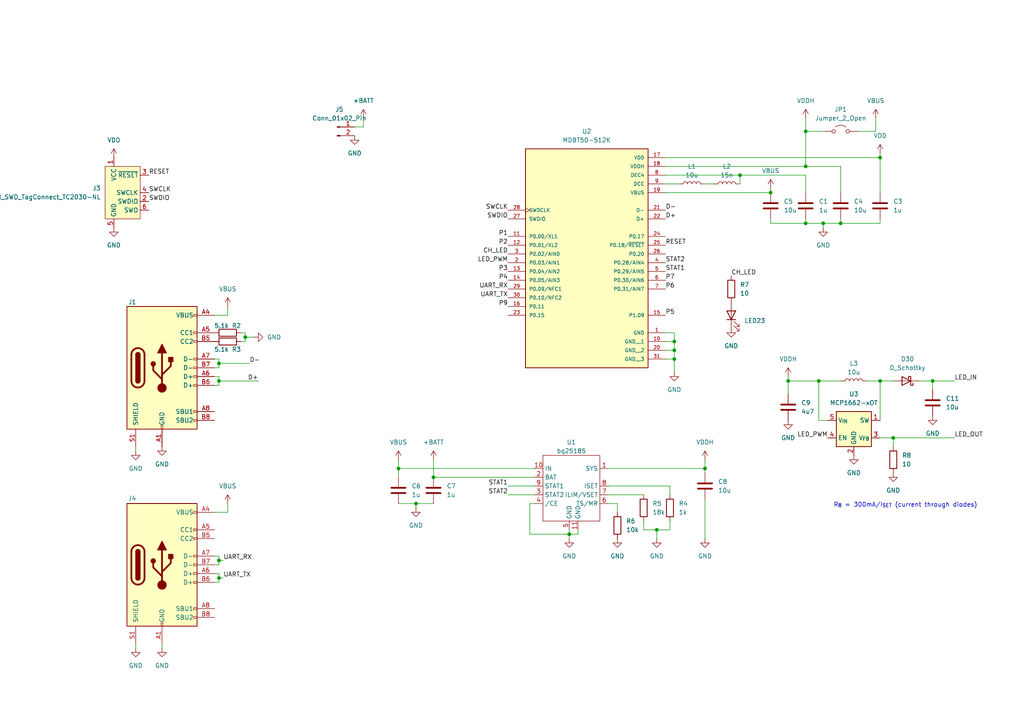
<source format=kicad_sch>
(kicad_sch (version 20231120) (generator "eeschema") (generator_version "8.0")
  (paper "A4")
  (junction (at 354.33 40.64))
  (junction (at 63.5 167.64))
  (junction (at 439.42 31.75))
  (junction (at 461.01 40.64))
  (junction (at 407.67 26.67))
  (junction (at 332.74 45.72))
  (junction (at 332.74 73.66))
  (junction (at 223.52 55.88))
  (junction (at 71.12 97.79))
  (junction (at 412.75 31.75))
  (junction (at 195.58 104.14))
  (junction (at 63.5 105.41))
  (junction (at 316.23 196.85))
  (junction (at 238.76 64.77))
  (junction (at 255.27 110.49))
  (junction (at 255.27 45.72))
  (junction (at 233.68 38.1))
  (junction (at 165.1 154.94))
  (junction (at 487.68 40.64))
  (junction (at 434.34 26.67))
  (junction (at 306.07 73.66))
  (junction (at 195.58 99.06))
  (junction (at 243.84 64.77))
  (junction (at 332.74 31.75))
  (junction (at 359.41 45.72))
  (junction (at 386.08 45.72))
  (junction (at 359.41 31.75))
  (junction (at 204.47 135.89))
  (junction (at 237.49 110.49))
  (junction (at 354.33 26.67))
  (junction (at 386.08 59.69))
  (junction (at 354.33 54.61))
  (junction (at 270.51 110.49))
  (junction (at 316.23 90.17))
  (junction (at 386.08 31.75))
  (junction (at 233.68 48.26))
  (junction (at 306.07 45.72))
  (junction (at 434.34 40.64))
  (junction (at 332.74 59.69))
  (junction (at 214.63 50.8))
  (junction (at 259.08 127))
  (junction (at 306.07 31.75))
  (junction (at 412.75 45.72))
  (junction (at 120.65 146.05))
  (junction (at 439.42 45.72))
  (junction (at 359.41 59.69))
  (junction (at 125.73 138.43))
  (junction (at 407.67 40.64))
  (junction (at 63.5 162.56))
  (junction (at 327.66 40.64))
  (junction (at 115.57 135.89))
  (junction (at 190.5 153.67))
  (junction (at 461.01 26.67))
  (junction (at 466.09 31.75))
  (junction (at 412.75 59.69))
  (junction (at 228.6 110.49))
  (junction (at 195.58 101.6))
  (junction (at 63.5 110.49))
  (junction (at 233.68 64.77))
  (junction (at 381 40.64))
  (junction (at 327.66 26.67))
  (junction (at 487.68 26.67))
  (junction (at 381 26.67))
  (wire (pts (xy 439.42 26.67) (xy 439.42 31.75)))
  (wire (pts (xy 407.67 54.61) (xy 407.67 40.64)))
  (wire (pts (xy 63.5 161.29) (xy 63.5 162.56)))
  (wire (pts (xy 193.04 48.26) (xy 233.68 48.26)))
  (wire (pts (xy 179.07 146.05) (xy 179.07 148.59)))
  (wire (pts (xy 330.2 196.85) (xy 316.23 196.85)))
  (wire (pts (xy 194.31 140.97) (xy 194.31 143.51)))
  (wire (pts (xy 194.31 151.13) (xy 194.31 153.67)))
  (wire (pts (xy 434.34 26.67) (xy 434.34 19.05)))
  (wire (pts (xy 176.53 146.05) (xy 179.07 146.05)))
  (wire (pts (xy 62.23 148.59) (xy 66.04 148.59)))
  (wire (pts (xy 243.84 48.26) (xy 243.84 55.88)))
  (wire (pts (xy 487.68 19.05) (xy 487.68 26.67)))
  (wire (pts (xy 63.5 110.49) (xy 74.93 110.49)))
  (wire (pts (xy 233.68 50.8) (xy 233.68 55.88)))
  (wire (pts (xy 311.15 196.85) (xy 316.23 196.85)))
  (wire (pts (xy 439.42 45.72) (xy 466.09 45.72)))
  (wire (pts (xy 330.2 97.79) (xy 330.2 90.17)))
  (wire (pts (xy 125.73 146.05) (xy 120.65 146.05)))
  (wire (pts (xy 255.27 121.92) (xy 255.27 110.49)))
  (wire (pts (xy 434.34 40.64) (xy 434.34 26.67)))
  (wire (pts (xy 193.04 53.34) (xy 196.85 53.34)))
  (wire (pts (xy 228.6 110.49) (xy 228.6 114.3)))
  (wire (pts (xy 407.67 26.67) (xy 407.67 19.05)))
  (wire (pts (xy 165.1 154.94) (xy 165.1 153.67)))
  (wire (pts (xy 240.03 121.92) (xy 237.49 121.92)))
  (wire (pts (xy 204.47 144.78) (xy 204.47 156.21)))
  (wire (pts (xy 153.67 146.05) (xy 153.67 154.94)))
  (wire (pts (xy 330.2 181.61) (xy 330.2 185.42)))
  (wire (pts (xy 359.41 40.64) (xy 359.41 45.72)))
  (wire (pts (xy 193.04 101.6) (xy 195.58 101.6)))
  (wire (pts (xy 254 38.1) (xy 248.92 38.1)))
  (wire (pts (xy 204.47 133.35) (xy 204.47 135.89)))
  (wire (pts (xy 359.41 31.75) (xy 386.08 31.75)))
  (wire (pts (xy 214.63 53.34) (xy 214.63 50.8)))
  (wire (pts (xy 62.23 106.68) (xy 63.5 106.68)))
  (wire (pts (xy 63.5 109.22) (xy 63.5 110.49)))
  (wire (pts (xy 214.63 50.8) (xy 233.68 50.8)))
  (wire (pts (xy 243.84 63.5) (xy 243.84 64.77)))
  (wire (pts (xy 102.87 36.83) (xy 105.41 36.83)))
  (wire (pts (xy 466.09 40.64) (xy 466.09 45.72)))
  (wire (pts (xy 62.23 166.37) (xy 63.5 166.37)))
  (wire (pts (xy 39.37 130.81) (xy 39.37 129.54)))
  (wire (pts (xy 439.42 31.75) (xy 412.75 31.75)))
  (wire (pts (xy 115.57 133.35) (xy 115.57 135.89)))
  (wire (pts (xy 259.08 127) (xy 276.86 127)))
  (wire (pts (xy 186.69 153.67) (xy 190.5 153.67)))
  (wire (pts (xy 332.74 26.67) (xy 332.74 31.75)))
  (wire (pts (xy 466.09 26.67) (xy 466.09 31.75)))
  (wire (pts (xy 63.5 111.76) (xy 63.5 110.49)))
  (wire (pts (xy 125.73 138.43) (xy 154.94 138.43)))
  (wire (pts (xy 354.33 26.67) (xy 354.33 19.05)))
  (wire (pts (xy 332.74 73.66) (xy 466.09 73.66)))
  (wire (pts (xy 457.2 54.61) (xy 461.01 54.61)))
  (wire (pts (xy 63.5 167.64) (xy 63.5 166.37)))
  (wire (pts (xy 306.07 73.66) (xy 332.74 73.66)))
  (wire (pts (xy 300.99 31.75) (xy 306.07 31.75)))
  (wire (pts (xy 190.5 153.67) (xy 190.5 156.21)))
  (wire (pts (xy 176.53 140.97) (xy 194.31 140.97)))
  (wire (pts (xy 233.68 63.5) (xy 233.68 64.77)))
  (wire (pts (xy 483.87 26.67) (xy 487.68 26.67)))
  (wire (pts (xy 457.2 40.64) (xy 461.01 40.64)))
  (wire (pts (xy 204.47 135.89) (xy 204.47 137.16)))
  (wire (pts (xy 300.99 73.66) (xy 306.07 73.66)))
  (wire (pts (xy 255.27 55.88) (xy 255.27 45.72)))
  (wire (pts (xy 62.23 163.83) (xy 63.5 163.83)))
  (wire (pts (xy 186.69 151.13) (xy 186.69 153.67)))
  (wire (pts (xy 63.5 167.64) (xy 63.5 168.91)))
  (wire (pts (xy 223.52 63.5) (xy 223.52 64.77)))
  (wire (pts (xy 386.08 26.67) (xy 386.08 31.75)))
  (wire (pts (xy 228.6 109.22) (xy 228.6 110.49)))
  (wire (pts (xy 71.12 99.06) (xy 71.12 97.79)))
  (wire (pts (xy 62.23 104.14) (xy 63.5 104.14)))
  (wire (pts (xy 255.27 63.5) (xy 255.27 64.77)))
  (wire (pts (xy 483.87 40.64) (xy 487.68 40.64)))
  (wire (pts (xy 243.84 64.77) (xy 255.27 64.77)))
  (wire (pts (xy 359.41 54.61) (xy 359.41 59.69)))
  (wire (pts (xy 332.74 68.58) (xy 332.74 73.66)))
  (wire (pts (xy 323.85 26.67) (xy 327.66 26.67)))
  (wire (pts (xy 381 54.61) (xy 381 40.64)))
  (wire (pts (xy 306.07 40.64) (xy 306.07 45.72)))
  (wire (pts (xy 237.49 121.92) (xy 237.49 110.49)))
  (wire (pts (xy 316.23 90.17) (xy 309.88 90.17)))
  (wire (pts (xy 115.57 146.05) (xy 120.65 146.05)))
  (wire (pts (xy 186.69 143.51) (xy 176.53 143.51)))
  (wire (pts (xy 386.08 40.64) (xy 386.08 45.72)))
  (wire (pts (xy 377.19 54.61) (xy 381 54.61)))
  (wire (pts (xy 195.58 104.14) (xy 195.58 107.95)))
  (wire (pts (xy 270.51 110.49) (xy 276.86 110.49)))
  (wire (pts (xy 359.41 59.69) (xy 386.08 59.69)))
  (wire (pts (xy 430.53 40.64) (xy 434.34 40.64)))
  (wire (pts (xy 62.23 91.44) (xy 66.04 91.44)))
  (wire (pts (xy 64.77 167.64) (xy 63.5 167.64)))
  (wire (pts (xy 466.09 68.58) (xy 466.09 73.66)))
  (wire (pts (xy 254 34.29) (xy 254 38.1)))
  (wire (pts (xy 327.66 40.64) (xy 327.66 68.58)))
  (wire (pts (xy 487.68 40.64) (xy 487.68 68.58)))
  (wire (pts (xy 193.04 55.88) (xy 223.52 55.88)))
  (wire (pts (xy 195.58 96.52) (xy 195.58 99.06)))
  (wire (pts (xy 46.99 187.96) (xy 46.99 186.69)))
  (wire (pts (xy 487.68 26.67) (xy 487.68 40.64)))
  (wire (pts (xy 439.42 40.64) (xy 439.42 45.72)))
  (wire (pts (xy 223.52 64.77) (xy 233.68 64.77)))
  (wire (pts (xy 195.58 99.06) (xy 195.58 101.6)))
  (wire (pts (xy 167.64 154.94) (xy 165.1 154.94)))
  (wire (pts (xy 330.2 90.17) (xy 316.23 90.17)))
  (wire (pts (xy 430.53 54.61) (xy 434.34 54.61)))
  (wire (pts (xy 350.52 54.61) (xy 354.33 54.61)))
  (wire (pts (xy 147.32 140.97) (xy 154.94 140.97)))
  (wire (pts (xy 461.01 40.64) (xy 461.01 54.61)))
  (wire (pts (xy 105.41 36.83) (xy 105.41 34.29)))
  (wire (pts (xy 39.37 187.96) (xy 39.37 186.69)))
  (wire (pts (xy 316.23 193.04) (xy 316.23 196.85)))
  (wire (pts (xy 154.94 146.05) (xy 153.67 146.05)))
  (wire (pts (xy 62.23 161.29) (xy 63.5 161.29)))
  (wire (pts (xy 350.52 40.64) (xy 354.33 40.64)))
  (wire (pts (xy 63.5 162.56) (xy 64.77 162.56)))
  (wire (pts (xy 63.5 163.83) (xy 63.5 162.56)))
  (wire (pts (xy 354.33 54.61) (xy 354.33 68.58)))
  (wire (pts (xy 233.68 38.1) (xy 238.76 38.1)))
  (wire (pts (xy 377.19 26.67) (xy 381 26.67)))
  (wire (pts (xy 316.23 97.79) (xy 316.23 90.17)))
  (wire (pts (xy 193.04 96.52) (xy 195.58 96.52)))
  (wire (pts (xy 354.33 54.61) (xy 354.33 40.64)))
  (wire (pts (xy 125.73 133.35) (xy 125.73 138.43)))
  (wire (pts (xy 63.5 105.41) (xy 63.5 106.68)))
  (wire (pts (xy 62.23 111.76) (xy 63.5 111.76)))
  (wire (pts (xy 255.27 127) (xy 259.08 127)))
  (wire (pts (xy 115.57 135.89) (xy 154.94 135.89)))
  (wire (pts (xy 214.63 50.8) (xy 193.04 50.8)))
  (wire (pts (xy 204.47 53.34) (xy 207.01 53.34)))
  (wire (pts (xy 176.53 135.89) (xy 204.47 135.89)))
  (wire (pts (xy 359.41 45.72) (xy 386.08 45.72)))
  (wire (pts (xy 266.7 110.49) (xy 270.51 110.49)))
  (wire (pts (xy 195.58 101.6) (xy 195.58 104.14)))
  (wire (pts (xy 439.42 54.61) (xy 439.42 59.69)))
  (wire (pts (xy 381 26.67) (xy 381 19.05)))
  (wire (pts (xy 381 40.64) (xy 381 26.67)))
  (wire (pts (xy 316.23 181.61) (xy 316.23 185.42)))
  (wire (pts (xy 407.67 40.64) (xy 407.67 26.67)))
  (wire (pts (xy 190.5 153.67) (xy 194.31 153.67)))
  (wire (pts (xy 403.86 40.64) (xy 407.67 40.64)))
  (wire (pts (xy 251.46 110.49) (xy 255.27 110.49)))
  (wire (pts (xy 434.34 54.61) (xy 434.34 40.64)))
  (wire (pts (xy 255.27 45.72) (xy 193.04 45.72)))
  (wire (pts (xy 270.51 110.49) (xy 270.51 113.03)))
  (wire (pts (xy 255.27 110.49) (xy 259.08 110.49)))
  (wire (pts (xy 386.08 59.69) (xy 412.75 59.69)))
  (wire (pts (xy 255.27 44.45) (xy 255.27 45.72)))
  (wire (pts (xy 327.66 19.05) (xy 327.66 26.67)))
  (wire (pts (xy 386.08 54.61) (xy 386.08 59.69)))
  (wire (pts (xy 386.08 45.72) (xy 412.75 45.72)))
  (wire (pts (xy 243.84 48.26) (xy 233.68 48.26)))
  (wire (pts (xy 403.86 54.61) (xy 407.67 54.61)))
  (wire (pts (xy 193.04 104.14) (xy 195.58 104.14)))
  (wire (pts (xy 412.75 45.72) (xy 439.42 45.72)))
  (wire (pts (xy 412.75 31.75) (xy 386.08 31.75)))
  (wire (pts (xy 71.12 97.79) (xy 73.66 97.79)))
  (wire (pts (xy 323.85 40.64) (xy 327.66 40.64)))
  (wire (pts (xy 306.07 45.72) (xy 332.74 45.72)))
  (wire (pts (xy 350.52 68.58) (xy 354.33 68.58)))
  (wire (pts (xy 223.52 54.61) (xy 223.52 55.88)))
  (wire (pts (xy 66.04 91.44) (xy 66.04 88.9)))
  (wire (pts (xy 439.42 31.75) (xy 466.09 31.75)))
  (wire (pts (xy 243.84 110.49) (xy 237.49 110.49)))
  (wire (pts (xy 430.53 26.67) (xy 434.34 26.67)))
  (wire (pts (xy 461.01 19.05) (xy 461.01 26.67)))
  (wire (pts (xy 412.75 26.67) (xy 412.75 31.75)))
  (wire (pts (xy 62.23 168.91) (xy 63.5 168.91)))
  (wire (pts (xy 332.74 54.61) (xy 332.74 59.69)))
  (wire (pts (xy 120.65 146.05) (xy 120.65 147.32)))
  (wire (pts (xy 323.85 68.58) (xy 327.66 68.58)))
  (wire (pts (xy 327.66 26.67) (xy 327.66 40.64)))
  (wire (pts (xy 238.76 64.77) (xy 238.76 66.04)))
  (wire (pts (xy 167.64 153.67) (xy 167.64 154.94)))
  (wire (pts (xy 233.68 64.77) (xy 238.76 64.77)))
  (wire (pts (xy 330.2 193.04) (xy 330.2 196.85)))
  (wire (pts (xy 332.74 31.75) (xy 359.41 31.75)))
  (wire (pts (xy 238.76 64.77) (xy 243.84 64.77)))
  (wire (pts (xy 412.75 54.61) (xy 412.75 59.69)))
  (wire (pts (xy 377.19 40.64) (xy 381 40.64)))
  (wire (pts (xy 69.85 99.06) (xy 71.12 99.06)))
  (wire (pts (xy 350.52 26.67) (xy 354.33 26.67)))
  (wire (pts (xy 300.99 59.69) (xy 332.74 59.69)))
  (wire (pts (xy 233.68 38.1) (xy 233.68 48.26)))
  (wire (pts (xy 147.32 143.51) (xy 154.94 143.51)))
  (wire (pts (xy 466.09 31.75) (xy 469.9 31.75)))
  (wire (pts (xy 461.01 26.67) (xy 461.01 40.64)))
  (wire (pts (xy 457.2 26.67) (xy 461.01 26.67)))
  (wire (pts (xy 115.57 135.89) (xy 115.57 138.43)))
  (wire (pts (xy 306.07 68.58) (xy 306.07 73.66)))
  (wire (pts (xy 66.04 148.59) (xy 66.04 146.05)))
  (wire (pts (xy 332.74 45.72) (xy 359.41 45.72)))
  (wire (pts (xy 62.23 109.22) (xy 63.5 109.22)))
  (wire (pts (xy 153.67 154.94) (xy 165.1 154.94)))
  (wire (pts (xy 71.12 96.52) (xy 71.12 97.79)))
  (wire (pts (xy 412.75 40.64) (xy 412.75 45.72)))
  (wire (pts (xy 300.99 45.72) (xy 306.07 45.72)))
  (wire (pts (xy 359.41 26.67) (xy 359.41 31.75)))
  (wire (pts (xy 193.04 99.06) (xy 195.58 99.06)))
  (wire (pts (xy 306.07 31.75) (xy 332.74 31.75)))
  (wire (pts (xy 332.74 59.69) (xy 359.41 59.69)))
  (wire (pts (xy 63.5 104.14) (xy 63.5 105.41)))
  (wire (pts (xy 354.33 40.64) (xy 354.33 26.67)))
  (wire (pts (xy 63.5 105.41) (xy 72.39 105.41)))
  (wire (pts (xy 403.86 26.67) (xy 407.67 26.67)))
  (wire (pts (xy 233.68 34.29) (xy 233.68 38.1)))
  (wire (pts (xy 332.74 40.64) (xy 332.74 45.72)))
  (wire (pts (xy 483.87 68.58) (xy 487.68 68.58)))
  (wire (pts (xy 69.85 96.52) (xy 71.12 96.52)))
  (wire (pts (xy 412.75 59.69) (xy 439.42 59.69)))
  (wire (pts (xy 165.1 156.21) (xy 165.1 154.94)))
  (wire (pts (xy 237.49 110.49) (xy 228.6 110.49)))
  (wire (pts (xy 306.07 26.67) (xy 306.07 31.75)))
  (wire (pts (xy 259.08 127) (xy 259.08 129.54)))
  (text "R_{8} = 300mA/I_{SET} (current through diodes)" (at 262.636 146.558 0) (effects (font (size 1.27 1.27))))
  (label "P3" (at 147.32 78.74 180))
  (label "P6" (at 193.04 83.82 0))
  (label "D-" (at 72.39 105.41 0))
  (label "RESET" (at 193.04 71.12 0))
  (label "P7" (at 300.99 45.72 180))
  (label "RESET" (at 43.18 50.8 0))
  (label "UART_RX" (at 147.32 83.82 180))
  (label "P1" (at 147.32 68.58 180))
  (label "SWCLK" (at 147.32 60.96 180))
  (label "D-" (at 193.04 60.96 0))
  (label "UART_TX" (at 64.77 167.64 0))
  (label "STAT1" (at 193.04 78.74 0))
  (label "UART_RX" (at 64.77 162.56 0))
  (label "P6" (at 300.99 59.69 180))
  (label "LED_OUT" (at 276.86 127 0))
  (label "STAT2" (at 193.04 76.2 0))
  (label "STAT2" (at 147.32 143.51 180))
  (label "D+" (at 74.93 110.49 180))
  (label "P12" (at 300.99 73.66 180))
  (label "LED_IN" (at 276.86 110.49 0))
  (label "P3" (at 381 19.05 180))
  (label "D+" (at 193.04 63.5 0))
  (label "CH_LED" (at 147.32 73.66 180))
  (label "STAT1" (at 147.32 140.97 180))
  (label "LED_IN" (at 309.88 90.17 180))
  (label "SWDIO" (at 43.18 58.42 0))
  (label "CH_LED" (at 212.09 80.01 0))
  (label "P5" (at 434.34 19.05 180))
  (label "P9" (at 461.01 19.05 180))
  (label "P10" (at 487.68 19.05 180))
  (label "SWCLK" (at 43.18 55.88 0))
  (label "P1" (at 327.66 19.05 180))
  (label "LED_PWM" (at 240.03 127 180))
  (label "P9" (at 147.32 88.9 180))
  (label "UART_TX" (at 147.32 86.36 180))
  (label "SWDIO" (at 147.32 63.5 180))
  (label "LED_PWM" (at 147.32 76.2 180))
  (label "P4" (at 147.32 81.28 180))
  (label "P2" (at 354.33 19.05 180))
  (label "LED_OUT" (at 311.15 196.85 180))
  (label "P7" (at 193.04 81.28 0))
  (label "P8" (at 300.99 31.75 180))
  (label "P4" (at 407.67 19.05 180))
  (label "P2" (at 147.32 71.12 180))
  (label "P5" (at 193.04 91.44 0))
  (symbol (lib_id "power:GND") (at 73.66 97.79 90) (unit 1)
    (property "Reference" "#PWR010" (effects (hide yes)))
    (property "Value" "GND" (at 77.47 97.7899 90) (effects (justify right)))
    (property "Description" "Power symbol creates a global label with name \"GND\" , ground" (effects (hide yes)))
  )
  (symbol (lib_name "LED_1") (lib_id "Device:LED") (at 330.2 109.22 90) (unit 1)
    (property "Reference" "LED13" (at 334.01 110.8074 90) (effects (justify right)))
    (property "Value" "LED" (effects (hide yes)))
    (property "Footprint" "ocdmk:LED_MP-2016-1100-50-90" (effects (hide yes)))
    (property "Description" "Light emitting diode" (effects (hide yes)))
  )
  (symbol (lib_id "power:VBUS") (at 66.04 146.05 0) (unit 1)
    (property "Reference" "#PWR026" (effects (hide yes)))
    (property "Value" "VBUS" (at 66.04 140.97 0))
    (property "Description" "Power symbol creates a global label with name \"VBUS\"" (effects (hide yes)))
  )
  (symbol (lib_id "Device:D") (at 309.88 40.64 0) (unit 1)
    (property "Reference" "D1" (at 309.88 34.29 0))
    (property "Value" "D" (at 309.88 36.83 0))
    (property "Footprint" "Diode_SMD:D_SOD-123" (effects (hide yes)))
    (property "Description" "Diode" (effects (hide yes)))
    (property "Sim.Device" "D" (effects (hide yes)))
    (property "Sim.Pins" "1=K 2=A" (effects (hide yes)))
  )
  (symbol (lib_id "ocdmk:BQ25185") (at 157.48 146.05 0) (unit 1)
    (property "Reference" "U1" (at 165.735 128.27 0))
    (property "Value" "bq25185" (at 165.735 130.81 0))
    (property "Footprint" "ocdmk:SON50P250X250X80-11N" (effects (hide yes)))
    (property "Datasheet" "https://www.ti.com/lit/ds/symlink/bq25185.pdf?ts=1761948010182&ref_url=https%253A%252F%252Fwww.mouser.com%252F" (effects (hide yes)))
  )
  (symbol (lib_id "power:VBUS") (at 115.57 133.35 0) (unit 1)
    (property "Reference" "#PWR021" (effects (hide yes)))
    (property "Value" "VBUS" (at 115.57 128.27 0))
    (property "Description" "Power symbol creates a global label with name \"VBUS\"" (effects (hide yes)))
  )
  (symbol (lib_id "power:GND") (at 165.1 156.21 0) (unit 1)
    (property "Reference" "#PWR015" (effects (hide yes)))
    (property "Value" "GND" (at 165.1 161.29 0))
    (property "Description" "Power symbol creates a global label with name \"GND\" , ground" (effects (hide yes)))
  )
  (symbol (lib_name "LED_1") (lib_id "Device:LED") (at 330.2 101.6 90) (unit 1)
    (property "Reference" "LED16" (at 334.01 103.1874 90) (effects (justify right)))
    (property "Value" "LED" (effects (hide yes)))
    (property "Footprint" "ocdmk:LED_MP-2016-1100-50-90" (effects (hide yes)))
    (property "Description" "Light emitting diode" (effects (hide yes)))
  )
  (symbol (lib_id "Device:R") (at 179.07 152.4 0) (unit 1)
    (property "Reference" "R6" (at 181.61 151.1299 0) (effects (justify left)))
    (property "Value" "10k" (at 181.61 153.6699 0) (effects (justify left)))
    (property "Footprint" "Resistor_SMD:R_0603_1608Metric" (effects (hide yes)))
    (property "Description" "Resistor" (effects (hide yes)))
  )
  (symbol (lib_id "power:+BATT") (at 125.73 133.35 0) (unit 1)
    (property "Reference" "#PWR02" (effects (hide yes)))
    (property "Value" "+BATT" (at 125.73 128.27 0))
    (property "Description" "Power symbol creates a global label with name \"+BATT\"" (effects (hide yes)))
  )
  (symbol (lib_id "Device:D") (at 336.55 40.64 0) (unit 1)
    (property "Reference" "D4" (at 336.55 34.29 0))
    (property "Value" "D" (at 336.55 36.83 0))
    (property "Footprint" "Diode_SMD:D_SOD-123" (effects (hide yes)))
    (property "Description" "Diode" (effects (hide yes)))
    (property "Sim.Device" "D" (effects (hide yes)))
    (property "Sim.Pins" "1=K 2=A" (effects (hide yes)))
  )
  (symbol (lib_id "power:GND") (at 259.08 137.16 0) (unit 1)
    (property "Reference" "#PWR030" (effects (hide yes)))
    (property "Value" "GND" (at 259.08 142.24 0))
    (property "Description" "Power symbol creates a global label with name \"GND\" , ground" (effects (hide yes)))
  )
  (symbol (lib_id "Switch:SW_Push") (at 372.11 26.67 0) (mirror y) (unit 1)
    (property "Reference" "S8" (at 372.11 21.844 0))
    (property "Value" "SW_Push" (effects (hide yes)))
    (property "Footprint" "ocdmk:switch_gateron_ks27_ks33" (effects (hide yes)))
    (property "Description" "Push button switch, generic, two pins" (effects (hide yes)))
  )
  (symbol (lib_id "Device:D") (at 469.9 68.58 0) (unit 1)
    (property "Reference" "D22" (at 469.9 62.23 0))
    (property "Value" "D" (at 469.9 64.77 0))
    (property "Footprint" "Diode_SMD:D_SOD-123" (effects (hide yes)))
    (property "Description" "Diode" (effects (hide yes)))
    (property "Sim.Device" "D" (effects (hide yes)))
    (property "Sim.Pins" "1=K 2=A" (effects (hide yes)))
  )
  (symbol (lib_id "Device:R") (at 330.2 189.23 0) (unit 1)
    (property "Reference" "R10" (at 332.74 187.9599 0) (effects (justify left)))
    (property "Value" "10" (at 332.74 190.4999 0) (effects (justify left)))
    (property "Footprint" "Resistor_SMD:R_0603_1608Metric" (effects (hide yes)))
    (property "Description" "Resistor" (effects (hide yes)))
  )
  (symbol (lib_id "Switch:SW_Push") (at 398.78 40.64 0) (mirror y) (unit 1)
    (property "Reference" "S10" (at 398.78 35.814 0))
    (property "Value" "SW_Push" (effects (hide yes)))
    (property "Footprint" "ocdmk:switch_gateron_ks27_ks33" (effects (hide yes)))
    (property "Description" "Push button switch, generic, two pins" (effects (hide yes)))
  )
  (symbol (lib_id "Switch:SW_Push") (at 478.79 26.67 0) (mirror y) (unit 1)
    (property "Reference" "S19" (at 478.79 21.844 0))
    (property "Value" "SW_Push" (effects (hide yes)))
    (property "Footprint" "ocdmk:switch_gateron_ks27_ks33" (effects (hide yes)))
    (property "Description" "Push button switch, generic, two pins" (effects (hide yes)))
  )
  (symbol (lib_name "LED_1") (lib_id "Device:LED") (at 316.23 101.6 90) (unit 1)
    (property "Reference" "LED18" (at 320.04 103.1874 90) (effects (justify right)))
    (property "Value" "LED" (effects (hide yes)))
    (property "Footprint" "ocdmk:LED_MP-2016-1100-50-90" (effects (hide yes)))
    (property "Description" "Light emitting diode" (effects (hide yes)))
  )
  (symbol (lib_name "LED_1") (lib_id "Device:LED") (at 330.2 147.32 90) (unit 1)
    (property "Reference" "LED12" (at 334.01 148.9074 90) (effects (justify right)))
    (property "Value" "LED" (effects (hide yes)))
    (property "Footprint" "ocdmk:LED_MP-2016-1100-50-90" (effects (hide yes)))
    (property "Description" "Light emitting diode" (effects (hide yes)))
  )
  (symbol (lib_id "Switch:SW_Push") (at 318.77 26.67 0) (mirror y) (unit 1)
    (property "Reference" "S2" (at 318.77 21.844 0))
    (property "Value" "SW_Push" (effects (hide yes)))
    (property "Footprint" "ocdmk:switch_gateron_ks27_ks33" (effects (hide yes)))
    (property "Description" "Push button switch, generic, two pins" (effects (hide yes)))
  )
  (symbol (lib_id "Switch:SW_Push") (at 372.11 40.64 0) (mirror y) (unit 1)
    (property "Reference" "S7" (at 372.11 35.814 0))
    (property "Value" "SW_Push" (effects (hide yes)))
    (property "Footprint" "ocdmk:switch_gateron_ks27_ks33" (effects (hide yes)))
    (property "Description" "Push button switch, generic, two pins" (effects (hide yes)))
  )
  (symbol (lib_id "power:GND") (at 238.76 66.04 0) (unit 1)
    (property "Reference" "#PWR01" (effects (hide yes)))
    (property "Value" "GND" (at 238.76 71.12 0))
    (property "Description" "Power symbol creates a global label with name \"GND\" , ground" (effects (hide yes)))
  )
  (symbol (lib_id "Connector:USB_C_Receptacle_USB2.0_16P") (at 46.99 163.83 0) (unit 1)
    (property "Reference" "J4" (at 38.354 144.526 0))
    (property "Value" "USB_C_Receptacle_USB2.0_16P" (effects (hide yes)))
    (property "Footprint" "ocdmk:12402012E212A_AMP" (effects (hide yes)))
    (property "Datasheet" "https://www.usb.org/sites/default/files/documents/usb_type-c.zip" (effects (hide yes)))
    (property "Description" "USB 2.0-only 16P Type-C Receptacle connector" (effects (hide yes)))
  )
  (symbol (lib_id "Switch:SW_Push") (at 372.11 54.61 0) (mirror y) (unit 1)
    (property "Reference" "S6" (at 372.11 49.784 0))
    (property "Value" "SW_Push" (effects (hide yes)))
    (property "Footprint" "ocdmk:switch_gateron_ks27_ks33" (effects (hide yes)))
    (property "Description" "Push button switch, generic, two pins" (effects (hide yes)))
  )
  (symbol (lib_id "Device:D") (at 389.89 26.67 0) (unit 1)
    (property "Reference" "D11" (at 389.89 20.32 0))
    (property "Value" "D" (at 389.89 22.86 0))
    (property "Footprint" "Diode_SMD:D_SOD-123" (effects (hide yes)))
    (property "Description" "Diode" (effects (hide yes)))
    (property "Sim.Device" "D" (effects (hide yes)))
    (property "Sim.Pins" "1=K 2=A" (effects (hide yes)))
  )
  (symbol (lib_id "Device:D") (at 309.88 26.67 0) (unit 1)
    (property "Reference" "D2" (at 309.88 20.32 0))
    (property "Value" "D" (at 309.88 22.86 0))
    (property "Footprint" "Diode_SMD:D_SOD-123" (effects (hide yes)))
    (property "Description" "Diode" (effects (hide yes)))
    (property "Sim.Device" "D" (effects (hide yes)))
    (property "Sim.Pins" "1=K 2=A" (effects (hide yes)))
  )
  (symbol (lib_name "LED_1") (lib_id "Device:LED") (at 316.23 116.84 90) (unit 1)
    (property "Reference" "LED17" (at 320.04 118.4274 90) (effects (justify right)))
    (property "Value" "LED" (effects (hide yes)))
    (property "Footprint" "ocdmk:LED_MP-2016-1100-50-90" (effects (hide yes)))
    (property "Description" "Light emitting diode" (effects (hide yes)))
  )
  (symbol (lib_name "LED_1") (lib_id "Device:LED") (at 316.23 132.08 90) (unit 1)
    (property "Reference" "LED11" (at 320.04 133.6674 90) (effects (justify right)))
    (property "Value" "LED" (effects (hide yes)))
    (property "Footprint" "ocdmk:LED_MP-2016-1100-50-90" (effects (hide yes)))
    (property "Description" "Light emitting diode" (effects (hide yes)))
  )
  (symbol (lib_id "power:GND") (at 212.09 95.25 0) (unit 1)
    (property "Reference" "#PWR013" (effects (hide yes)))
    (property "Value" "GND" (at 212.09 100.33 0))
    (property "Description" "Power symbol creates a global label with name \"GND\" , ground" (effects (hide yes)))
  )
  (symbol (lib_name "LED_1") (lib_id "Device:LED") (at 330.2 177.8 90) (unit 1)
    (property "Reference" "LED20" (at 334.01 179.3874 90) (effects (justify right)))
    (property "Value" "LED" (effects (hide yes)))
    (property "Footprint" "ocdmk:LED_MP-2016-1100-50-90" (effects (hide yes)))
    (property "Description" "Light emitting diode" (effects (hide yes)))
  )
  (symbol (lib_id "power:GND") (at 46.99 129.54 0) (unit 1)
    (property "Reference" "#PWR012" (effects (hide yes)))
    (property "Value" "GND" (at 46.99 134.62 0))
    (property "Description" "Power symbol creates a global label with name \"GND\" , ground" (effects (hide yes)))
  )
  (symbol (lib_name "LED_1") (lib_id "Device:LED") (at 212.09 91.44 90) (unit 1)
    (property "Reference" "LED23" (at 215.9 93.0274 90) (effects (justify right)))
    (property "Value" "LED" (effects (hide yes)))
    (property "Footprint" "LED_SMD:LED_0603_1608Metric" (effects (hide yes)))
    (property "Description" "Light emitting diode" (effects (hide yes)))
  )
  (symbol (lib_id "power:VDD") (at 33.02 45.72 0) (unit 1)
    (property "Reference" "#PWR022" (effects (hide yes)))
    (property "Value" "VDD" (at 33.02 40.64 0))
    (property "Description" "Power symbol creates a global label with name \"VDD\"" (effects (hide yes)))
  )
  (symbol (lib_id "Switch:SW_Push") (at 398.78 26.67 0) (mirror y) (unit 1)
    (property "Reference" "S11" (at 398.78 21.844 0))
    (property "Value" "SW_Push" (effects (hide yes)))
    (property "Footprint" "ocdmk:switch_gateron_ks27_ks33" (effects (hide yes)))
    (property "Description" "Push button switch, generic, two pins" (effects (hide yes)))
  )
  (symbol (lib_name "LED_1") (lib_id "Device:LED") (at 316.23 154.94 90) (unit 1)
    (property "Reference" "LED2" (at 320.04 156.5274 90) (effects (justify right)))
    (property "Value" "LED" (effects (hide yes)))
    (property "Footprint" "ocdmk:LED_MP-2016-1100-50-90" (effects (hide yes)))
    (property "Description" "Light emitting diode" (effects (hide yes)))
  )
  (symbol (lib_id "Device:C") (at 255.27 59.69 0) (unit 1)
    (property "Reference" "C3" (at 259.08 58.4199 0) (effects (justify left)))
    (property "Value" "1u" (at 259.08 60.96 0) (effects (justify left)))
    (property "Footprint" "Capacitor_SMD:C_0603_1608Metric" (effects (hide yes)))
    (property "Description" "Unpolarized capacitor" (effects (hide yes)))
  )
  (symbol (lib_id "Switch:SW_Push") (at 425.45 40.64 0) (mirror y) (unit 1)
    (property "Reference" "S13" (at 425.45 35.814 0))
    (property "Value" "SW_Push" (effects (hide yes)))
    (property "Footprint" "ocdmk:switch_gateron_ks27_ks33" (effects (hide yes)))
    (property "Description" "Push button switch, generic, two pins" (effects (hide yes)))
  )
  (symbol (lib_id "Switch:SW_Push") (at 425.45 54.61 0) (mirror y) (unit 1)
    (property "Reference" "S12" (at 425.45 49.784 0))
    (property "Value" "SW_Push" (effects (hide yes)))
    (property "Footprint" "ocdmk:switch_gateron_ks27_ks33" (effects (hide yes)))
    (property "Description" "Push button switch, generic, two pins" (effects (hide yes)))
  )
  (symbol (lib_id "Driver_LED:MCP1662-xOT") (at 247.65 124.46 0) (unit 1)
    (property "Reference" "U3" (at 247.65 114.3 0))
    (property "Value" "MCP1662-xOT" (at 247.65 116.84 0))
    (property "Footprint" "Package_TO_SOT_SMD:SOT-23-5" (effects (hide yes)))
    (property "Datasheet" "https://ww1.microchip.com/downloads/en/DeviceDoc/20005316E.pdf" (effects (hide yes)))
    (property "Description" "Step-Up LED Driver w/ UVLO and Open Load Protection, 500kHz, SOT-23-5" (effects (hide yes)))
  )
  (symbol (lib_id "Switch:SW_Push") (at 345.44 40.64 0) (mirror y) (unit 1)
    (property "Reference" "S4" (at 345.44 35.814 0))
    (property "Value" "SW_Push" (effects (hide yes)))
    (property "Footprint" "ocdmk:switch_gateron_ks27_ks33" (effects (hide yes)))
    (property "Description" "Push button switch, generic, two pins" (effects (hide yes)))
  )
  (symbol (lib_id "MDBT50:MDBT50-512K") (at 170.18 71.12 0) (unit 1)
    (property "Reference" "U2" (at 170.18 38.1 0))
    (property "Value" "MDBT50-512K" (at 170.18 40.64 0))
    (property "Footprint" "ocdmk:XCVR_MDBT50-512K" (effects (hide yes)))
    (property "PARTREV" "B" (effects (hide yes)))
    (property "STANDARD" "Manufacturer Recommendations" (effects (hide yes)))
    (property "MAXIMUM_PACKAGE_HEIGHT" "2.3mm" (effects (hide yes)))
    (property "MANUFACTURER" "Raytac" (effects (hide yes)))
  )
  (symbol (lib_id "Device:D") (at 336.55 68.58 0) (unit 1)
    (property "Reference" "D21" (at 336.55 62.23 0))
    (property "Value" "D" (at 336.55 64.77 0))
    (property "Footprint" "Diode_SMD:D_SOD-123" (effects (hide yes)))
    (property "Description" "Diode" (effects (hide yes)))
    (property "Sim.Device" "D" (effects (hide yes)))
    (property "Sim.Pins" "1=K 2=A" (effects (hide yes)))
  )
  (symbol (lib_id "power:GND") (at 46.99 187.96 0) (unit 1)
    (property "Reference" "#PWR027" (effects (hide yes)))
    (property "Value" "GND" (at 46.99 193.04 0))
    (property "Description" "Power symbol creates a global label with name \"GND\" , ground" (effects (hide yes)))
  )
  (symbol (lib_id "Device:L") (at 247.65 110.49 90) (unit 1)
    (property "Reference" "L3" (at 247.65 105.41 90))
    (property "Value" "10u" (at 247.65 107.95 90))
    (property "Footprint" "Inductor_SMD:L_0603_1608Metric" (effects (hide yes)))
    (property "Datasheet" "https://mm.digikey.com/Volume0/opasdata/d220001/medias/docus/610/LBC3225T100KR_SS.pdf" (effects (hide yes)))
    (property "Description" "Inductor" (effects (hide yes)))
  )
  (symbol (lib_id "power:GND") (at 102.87 39.37 0) (unit 1)
    (property "Reference" "#PWR024" (effects (hide yes)))
    (property "Value" "GND" (at 102.87 44.45 0))
    (property "Description" "Power symbol creates a global label with name \"GND\" , ground" (effects (hide yes)))
  )
  (symbol (lib_id "Device:D") (at 389.89 40.64 0) (unit 1)
    (property "Reference" "D10" (at 389.89 34.29 0))
    (property "Value" "D" (at 389.89 36.83 0))
    (property "Footprint" "Diode_SMD:D_SOD-123" (effects (hide yes)))
    (property "Description" "Diode" (effects (hide yes)))
    (property "Sim.Device" "D" (effects (hide yes)))
    (property "Sim.Pins" "1=K 2=A" (effects (hide yes)))
  )
  (symbol (lib_id "Switch:SW_Push") (at 452.12 26.67 0) (mirror y) (unit 1)
    (property "Reference" "S17" (at 452.12 21.844 0))
    (property "Value" "SW_Push" (effects (hide yes)))
    (property "Footprint" "ocdmk:switch_gateron_ks27_ks33" (effects (hide yes)))
    (property "Description" "Push button switch, generic, two pins" (effects (hide yes)))
  )
  (symbol (lib_id "Device:C") (at 125.73 142.24 0) (unit 1)
    (property "Reference" "C7" (at 129.54 140.9699 0) (effects (justify left)))
    (property "Value" "1u" (at 129.54 143.5099 0) (effects (justify left)))
    (property "Footprint" "Capacitor_SMD:C_0603_1608Metric" (effects (hide yes)))
    (property "Description" "Unpolarized capacitor" (effects (hide yes)))
  )
  (symbol (lib_id "Device:C") (at 223.52 59.69 0) (unit 1)
    (property "Reference" "C5" (at 227.33 58.4199 0) (effects (justify left)))
    (property "Value" "10u" (at 227.33 60.9599 0) (effects (justify left)))
    (property "Footprint" "Capacitor_SMD:C_0603_1608Metric" (effects (hide yes)))
    (property "Description" "Unpolarized capacitor" (effects (hide yes)))
  )
  (symbol (lib_id "Device:R") (at 212.09 83.82 0) (unit 1)
    (property "Reference" "R7" (at 214.63 82.5499 0) (effects (justify left)))
    (property "Value" "10" (at 214.63 85.0899 0) (effects (justify left)))
    (property "Footprint" "Resistor_SMD:R_0603_1608Metric" (effects (hide yes)))
    (property "Description" "Resistor" (effects (hide yes)))
  )
  (symbol (lib_id "Jumper:Jumper_2_Open") (at 243.84 38.1 0) (unit 1) (exclude_from_sim yes)
    (property "Reference" "JP1" (at 243.84 31.75 0))
    (property "Value" "Jumper_2_Open" (at 243.84 34.29 0))
    (property "Footprint" "Jumper:SolderJumper-2_P1.3mm_Open_TrianglePad1.0x1.5mm" (effects (hide yes)))
    (property "Description" "Jumper, 2-pole, open" (effects (hide yes)))
  )
  (symbol (lib_id "Switch:SW_Push") (at 452.12 54.61 0) (mirror y) (unit 1)
    (property "Reference" "S15" (at 452.12 49.784 0))
    (property "Value" "SW_Push" (effects (hide yes)))
    (property "Footprint" "ocdmk:switch_gateron_ks27_ks33" (effects (hide yes)))
    (property "Description" "Push button switch, generic, two pins" (effects (hide yes)))
  )
  (symbol (lib_id "power:GND") (at 33.02 66.04 0) (unit 1)
    (property "Reference" "#PWR023" (effects (hide yes)))
    (property "Value" "GND" (at 33.02 71.12 0))
    (property "Description" "Power symbol creates a global label with name \"GND\" , ground" (effects (hide yes)))
  )
  (symbol (lib_id "power:VBUS") (at 223.52 54.61 0) (unit 1)
    (property "Reference" "#PWR03" (effects (hide yes)))
    (property "Value" "VBUS" (at 223.52 49.53 0))
    (property "Description" "Power symbol creates a global label with name \"VBUS\"" (effects (hide yes)))
  )
  (symbol (lib_id "Device:D") (at 469.9 40.64 0) (unit 1)
    (property "Reference" "D18" (at 469.9 34.29 0))
    (property "Value" "D" (at 469.9 36.83 0))
    (property "Footprint" "Diode_SMD:D_SOD-123" (effects (hide yes)))
    (property "Description" "Diode" (effects (hide yes)))
    (property "Sim.Device" "D" (effects (hide yes)))
    (property "Sim.Pins" "1=K 2=A" (effects (hide yes)))
  )
  (symbol (lib_id "Device:D") (at 309.88 68.58 0) (unit 1)
    (property "Reference" "D20" (at 309.88 62.23 0))
    (property "Value" "D" (at 309.88 64.77 0))
    (property "Footprint" "Diode_SMD:D_SOD-123" (effects (hide yes)))
    (property "Description" "Diode" (effects (hide yes)))
    (property "Sim.Device" "D" (effects (hide yes)))
    (property "Sim.Pins" "1=K 2=A" (effects (hide yes)))
  )
  (symbol (lib_name "LED_1") (lib_id "Device:LED") (at 316.23 124.46 90) (unit 1)
    (property "Reference" "LED14" (at 320.04 126.0474 90) (effects (justify right)))
    (property "Value" "LED" (effects (hide yes)))
    (property "Footprint" "ocdmk:LED_MP-2016-1100-50-90" (effects (hide yes)))
    (property "Description" "Light emitting diode" (effects (hide yes)))
  )
  (symbol (lib_id "Switch:SW_Push") (at 478.79 40.64 0) (mirror y) (unit 1)
    (property "Reference" "S18" (at 478.79 35.814 0))
    (property "Value" "SW_Push" (effects (hide yes)))
    (property "Footprint" "ocdmk:switch_gateron_ks27_ks33" (effects (hide yes)))
    (property "Description" "Push button switch, generic, two pins" (effects (hide yes)))
  )
  (symbol (lib_id "Switch:SW_Push") (at 345.44 54.61 0) (mirror y) (unit 1)
    (property "Reference" "S3" (at 345.44 49.784 0))
    (property "Value" "SW_Push" (effects (hide yes)))
    (property "Footprint" "ocdmk:switch_gateron_ks27_ks33" (effects (hide yes)))
    (property "Description" "Push button switch, generic, two pins" (effects (hide yes)))
  )
  (symbol (lib_name "LED_1") (lib_id "Device:LED") (at 330.2 132.08 90) (unit 1)
    (property "Reference" "LED6" (at 334.01 133.6674 90) (effects (justify right)))
    (property "Value" "LED" (effects (hide yes)))
    (property "Footprint" "ocdmk:LED_MP-2016-1100-50-90" (effects (hide yes)))
    (property "Description" "Light emitting diode" (effects (hide yes)))
  )
  (symbol (lib_id "Connector:Conn_01x02_Pin") (at 97.79 36.83 0) (unit 1)
    (property "Reference" "J5" (at 98.425 31.75 0))
    (property "Value" "Conn_01x02_Pin" (at 98.425 34.29 0))
    (property "Footprint" "Connector_JST:JST_PH_S2B-PH-K_1x02_P2.00mm_Horizontal" (effects (hide yes)))
    (property "Description" "Generic connector, single row, 01x02, script generated" (effects (hide yes)))
  )
  (symbol (lib_name "LED_1") (lib_id "Device:LED") (at 316.23 109.22 90) (unit 1)
    (property "Reference" "LED19" (at 320.04 110.8074 90) (effects (justify right)))
    (property "Value" "LED" (effects (hide yes)))
    (property "Footprint" "ocdmk:LED_MP-2016-1100-50-90" (effects (hide yes)))
    (property "Description" "Light emitting diode" (effects (hide yes)))
  )
  (symbol (lib_id "Device:D") (at 443.23 26.67 0) (unit 1)
    (property "Reference" "D17" (at 443.23 20.32 0))
    (property "Value" "D" (at 443.23 22.86 0))
    (property "Footprint" "Diode_SMD:D_SOD-123" (effects (hide yes)))
    (property "Description" "Diode" (effects (hide yes)))
    (property "Sim.Device" "D" (effects (hide yes)))
    (property "Sim.Pins" "1=K 2=A" (effects (hide yes)))
  )
  (symbol (lib_name "LED_1") (lib_id "Device:LED") (at 316.23 139.7 90) (unit 1)
    (property "Reference" "LED8" (at 320.04 141.2874 90) (effects (justify right)))
    (property "Value" "LED" (effects (hide yes)))
    (property "Footprint" "ocdmk:LED_MP-2016-1100-50-90" (effects (hide yes)))
    (property "Description" "Light emitting diode" (effects (hide yes)))
  )
  (symbol (lib_id "Device:R") (at 316.23 189.23 0) (unit 1)
    (property "Reference" "R9" (at 318.77 187.9599 0) (effects (justify left)))
    (property "Value" "10" (at 318.77 190.4999 0) (effects (justify left)))
    (property "Footprint" "Resistor_SMD:R_0603_1608Metric" (effects (hide yes)))
    (property "Description" "Resistor" (effects (hide yes)))
  )
  (symbol (lib_id "Device:D") (at 389.89 54.61 0) (unit 1)
    (property "Reference" "D9" (at 389.89 48.26 0))
    (property "Value" "D" (at 389.89 50.8 0))
    (property "Footprint" "Diode_SMD:D_SOD-123" (effects (hide yes)))
    (property "Description" "Diode" (effects (hide yes)))
    (property "Sim.Device" "D" (effects (hide yes)))
    (property "Sim.Pins" "1=K 2=A" (effects (hide yes)))
  )
  (symbol (lib_id "power:GND") (at 190.5 156.21 0) (unit 1)
    (property "Reference" "#PWR018" (effects (hide yes)))
    (property "Value" "GND" (at 190.5 161.29 0))
    (property "Description" "Power symbol creates a global label with name \"GND\" , ground" (effects (hide yes)))
  )
  (symbol (lib_id "Switch:SW_Push") (at 345.44 68.58 0) (mirror y) (unit 1)
    (property "Reference" "S21" (at 345.44 63.754 0))
    (property "Value" "SW_Push" (effects (hide yes)))
    (property "Footprint" "ocdmk:switch_gateron_ks27_ks33" (effects (hide yes)))
    (property "Description" "Push button switch, generic, two pins" (effects (hide yes)))
  )
  (symbol (lib_id "power:GND") (at 204.47 156.21 0) (unit 1)
    (property "Reference" "#PWR019" (effects (hide yes)))
    (property "Value" "GND" (at 204.47 161.29 0))
    (property "Description" "Power symbol creates a global label with name \"GND\" , ground" (effects (hide yes)))
  )
  (symbol (lib_id "Switch:SW_Push") (at 318.77 40.64 0) (mirror y) (unit 1)
    (property "Reference" "S1" (at 318.77 35.814 0))
    (property "Value" "SW_Push" (effects (hide yes)))
    (property "Footprint" "ocdmk:switch_gateron_ks27_ks33" (effects (hide yes)))
    (property "Description" "Push button switch, generic, two pins" (effects (hide yes)))
  )
  (symbol (lib_id "Switch:SW_Push") (at 478.79 68.58 0) (mirror y) (unit 1)
    (property "Reference" "S22" (at 478.79 63.754 0))
    (property "Value" "SW_Push" (effects (hide yes)))
    (property "Footprint" "ocdmk:switch_gateron_ks27_ks33" (effects (hide yes)))
    (property "Description" "Push button switch, generic, two pins" (effects (hide yes)))
  )
  (symbol (lib_id "Device:C") (at 228.6 118.11 0) (unit 1)
    (property "Reference" "C9" (at 232.41 116.8399 0) (effects (justify left)))
    (property "Value" "4u7" (at 232.41 119.3799 0) (effects (justify left)))
    (property "Footprint" "Capacitor_SMD:C_0603_1608Metric" (effects (hide yes)))
    (property "Description" "Unpolarized capacitor" (effects (hide yes)))
  )
  (symbol (lib_name "LED_1") (lib_id "Device:LED") (at 330.2 116.84 90) (unit 1)
    (property "Reference" "LED10" (at 334.01 118.4274 90) (effects (justify right)))
    (property "Value" "LED" (effects (hide yes)))
    (property "Footprint" "ocdmk:LED_MP-2016-1100-50-90" (effects (hide yes)))
    (property "Description" "Light emitting diode" (effects (hide yes)))
  )
  (symbol (lib_id "Device:C") (at 233.68 59.69 0) (unit 1)
    (property "Reference" "C1" (at 237.49 58.4199 0) (effects (justify left)))
    (property "Value" "1u" (at 237.49 60.9599 0) (effects (justify left)))
    (property "Footprint" "Capacitor_SMD:C_0603_1608Metric" (effects (hide yes)))
    (property "Description" "Unpolarized capacitor" (effects (hide yes)))
  )
  (symbol (lib_id "Switch:SW_Push") (at 318.77 68.58 0) (mirror y) (unit 1)
    (property "Reference" "S20" (at 318.77 63.754 0))
    (property "Value" "SW_Push" (effects (hide yes)))
    (property "Footprint" "ocdmk:switch_gateron_ks27_ks33" (effects (hide yes)))
    (property "Description" "Push button switch, generic, two pins" (effects (hide yes)))
  )
  (symbol (lib_id "Device:R") (at 66.04 96.52 90) (unit 1)
    (property "Reference" "R2" (at 68.58 94.488 90))
    (property "Value" "5.1k" (at 64.262 94.488 90))
    (property "Footprint" "Resistor_SMD:R_0603_1608Metric" (effects (hide yes)))
    (property "Description" "Resistor" (effects (hide yes)))
  )
  (symbol (lib_id "power:GND") (at 179.07 156.21 0) (unit 1)
    (property "Reference" "#PWR017" (effects (hide yes)))
    (property "Value" "GND" (at 179.07 161.29 0))
    (property "Description" "Power symbol creates a global label with name \"GND\" , ground" (effects (hide yes)))
  )
  (symbol (lib_id "power:VBUS") (at 66.04 88.9 0) (unit 1)
    (property "Reference" "#PWR011" (effects (hide yes)))
    (property "Value" "VBUS" (at 66.04 83.82 0))
    (property "Description" "Power symbol creates a global label with name \"VBUS\"" (effects (hide yes)))
  )
  (symbol (lib_name "LED_1") (lib_id "Device:LED") (at 330.2 139.7 90) (unit 1)
    (property "Reference" "LED9" (at 334.01 141.2874 90) (effects (justify right)))
    (property "Value" "LED" (effects (hide yes)))
    (property "Footprint" "ocdmk:LED_MP-2016-1100-50-90" (effects (hide yes)))
    (property "Description" "Light emitting diode" (effects (hide yes)))
  )
  (symbol (lib_id "Device:D") (at 363.22 26.67 0) (unit 1)
    (property "Reference" "D8" (at 363.22 20.32 0))
    (property "Value" "D" (at 363.22 22.86 0))
    (property "Footprint" "Diode_SMD:D_SOD-123" (effects (hide yes)))
    (property "Description" "Diode" (effects (hide yes)))
    (property "Sim.Device" "D" (effects (hide yes)))
    (property "Sim.Pins" "1=K 2=A" (effects (hide yes)))
  )
  (symbol (lib_id "Device:D") (at 469.9 26.67 0) (unit 1)
    (property "Reference" "D19" (at 469.9 20.32 0))
    (property "Value" "D" (at 469.9 22.86 0))
    (property "Footprint" "Diode_SMD:D_SOD-123" (effects (hide yes)))
    (property "Description" "Diode" (effects (hide yes)))
    (property "Sim.Device" "D" (effects (hide yes)))
    (property "Sim.Pins" "1=K 2=A" (effects (hide yes)))
  )
  (symbol (lib_id "Device:D") (at 416.56 54.61 0) (unit 1)
    (property "Reference" "D12" (at 416.56 48.26 0))
    (property "Value" "D" (at 416.56 50.8 0))
    (property "Footprint" "Diode_SMD:D_SOD-123" (effects (hide yes)))
    (property "Description" "Diode" (effects (hide yes)))
    (property "Sim.Device" "D" (effects (hide yes)))
    (property "Sim.Pins" "1=K 2=A" (effects (hide yes)))
  )
  (symbol (lib_id "Device:C") (at 115.57 142.24 0) (unit 1)
    (property "Reference" "C6" (at 119.38 140.9699 0) (effects (justify left)))
    (property "Value" "1u" (at 119.38 143.5099 0) (effects (justify left)))
    (property "Footprint" "Capacitor_SMD:C_0603_1608Metric" (effects (hide yes)))
    (property "Description" "Unpolarized capacitor" (effects (hide yes)))
  )
  (symbol (lib_id "Switch:SW_Push") (at 452.12 40.64 0) (mirror y) (unit 1)
    (property "Reference" "S16" (at 452.12 35.814 0))
    (property "Value" "SW_Push" (effects (hide yes)))
    (property "Footprint" "ocdmk:switch_gateron_ks27_ks33" (effects (hide yes)))
    (property "Description" "Push button switch, generic, two pins" (effects (hide yes)))
  )
  (symbol (lib_id "Device:R") (at 194.31 147.32 0) (unit 1)
    (property "Reference" "R4" (at 196.85 146.0499 0) (effects (justify left)))
    (property "Value" "1k" (at 196.85 148.5899 0) (effects (justify left)))
    (property "Footprint" "Resistor_SMD:R_0603_1608Metric" (effects (hide yes)))
    (property "Description" "Resistor" (effects (hide yes)))
  )
  (symbol (lib_id "Device:D") (at 443.23 54.61 0) (unit 1)
    (property "Reference" "D15" (at 443.23 48.26 0))
    (property "Value" "D" (at 443.23 50.8 0))
    (property "Footprint" "Diode_SMD:D_SOD-123" (effects (hide yes)))
    (property "Description" "Diode" (effects (hide yes)))
    (property "Sim.Device" "D" (effects (hide yes)))
    (property "Sim.Pins" "1=K 2=A" (effects (hide yes)))
  )
  (symbol (lib_name "LED_1") (lib_id "Device:LED") (at 316.23 177.8 90) (unit 1)
    (property "Reference" "LED3" (at 320.04 179.3874 90) (effects (justify right)))
    (property "Value" "LED" (effects (hide yes)))
    (property "Footprint" "ocdmk:LED_MP-2016-1100-50-90" (effects (hide yes)))
    (property "Description" "Light emitting diode" (effects (hide yes)))
  )
  (symbol (lib_id "Device:R") (at 186.69 147.32 0) (unit 1)
    (property "Reference" "R5" (at 189.23 146.0499 0) (effects (justify left)))
    (property "Value" "18k" (at 189.23 148.5899 0) (effects (justify left)))
    (property "Footprint" "Resistor_SMD:R_0603_1608Metric" (effects (hide yes)))
    (property "Description" "Resistor" (effects (hide yes)))
  )
  (symbol (lib_id "Device:D") (at 363.22 40.64 0) (unit 1)
    (property "Reference" "D7" (at 363.22 34.29 0))
    (property "Value" "D" (at 363.22 36.83 0))
    (property "Footprint" "Diode_SMD:D_SOD-123" (effects (hide yes)))
    (property "Description" "Diode" (effects (hide yes)))
    (property "Sim.Device" "D" (effects (hide yes)))
    (property "Sim.Pins" "1=K 2=A" (effects (hide yes)))
  )
  (symbol (lib_id "Device:R") (at 66.04 99.06 90) (unit 1)
    (property "Reference" "R3" (at 68.58 101.346 90))
    (property "Value" "5.1k" (at 64.262 101.346 90))
    (property "Footprint" "Resistor_SMD:R_0603_1608Metric" (effects (hide yes)))
    (property "Description" "Resistor" (effects (hide yes)))
  )
  (symbol (lib_name "LED_1") (lib_id "Device:LED") (at 330.2 124.46 90) (unit 1)
    (property "Reference" "LED7" (at 334.01 126.0474 90) (effects (justify right)))
    (property "Value" "LED" (effects (hide yes)))
    (property "Footprint" "ocdmk:LED_MP-2016-1100-50-90" (effects (hide yes)))
    (property "Description" "Light emitting diode" (effects (hide yes)))
  )
  (symbol (lib_id "power:GND") (at 195.58 107.95 0) (unit 1)
    (property "Reference" "#PWR07" (effects (hide yes)))
    (property "Value" "GND" (at 195.58 113.03 0))
    (property "Description" "Power symbol creates a global label with name \"GND\" , ground" (effects (hide yes)))
  )
  (symbol (lib_id "Device:R") (at 259.08 133.35 0) (unit 1)
    (property "Reference" "R8" (at 261.62 132.0799 0) (effects (justify left)))
    (property "Value" "10" (at 261.62 134.6199 0) (effects (justify left)))
    (property "Footprint" "Resistor_SMD:R_0603_1608Metric" (effects (hide yes)))
    (property "Description" "Resistor" (effects (hide yes)))
  )
  (symbol (lib_id "Device:D") (at 416.56 26.67 0) (unit 1)
    (property "Reference" "D14" (at 416.56 20.32 0))
    (property "Value" "D" (at 416.56 22.86 0))
    (property "Footprint" "Diode_SMD:D_SOD-123" (effects (hide yes)))
    (property "Description" "Diode" (effects (hide yes)))
    (property "Sim.Device" "D" (effects (hide yes)))
    (property "Sim.Pins" "1=K 2=A" (effects (hide yes)))
  )
  (symbol (lib_name "LED_1") (lib_id "Device:LED") (at 316.23 147.32 90) (unit 1)
    (property "Reference" "LED5" (at 320.04 148.9074 90) (effects (justify right)))
    (property "Value" "LED" (effects (hide yes)))
    (property "Footprint" "ocdmk:LED_MP-2016-1100-50-90" (effects (hide yes)))
    (property "Description" "Light emitting diode" (effects (hide yes)))
  )
  (symbol (lib_id "Switch:SW_Push") (at 398.78 54.61 0) (mirror y) (unit 1)
    (property "Reference" "S9" (at 398.78 49.784 0))
    (property "Value" "SW_Push" (effects (hide yes)))
    (property "Footprint" "ocdmk:switch_gateron_ks27_ks33" (effects (hide yes)))
    (property "Description" "Push button switch, generic, two pins" (effects (hide yes)))
  )
  (symbol (lib_id "Device:L") (at 200.66 53.34 90) (unit 1)
    (property "Reference" "L1" (at 200.66 48.26 90))
    (property "Value" "10u" (at 200.66 50.8 90))
    (property "Footprint" "Inductor_SMD:L_0805_2012Metric" (effects (hide yes)))
    (property "Description" "Inductor" (effects (hide yes)))
  )
  (symbol (lib_id "Device:D") (at 363.22 54.61 0) (unit 1)
    (property "Reference" "D6" (at 363.22 48.26 0))
    (property "Value" "D" (at 363.22 50.8 0))
    (property "Footprint" "Diode_SMD:D_SOD-123" (effects (hide yes)))
    (property "Description" "Diode" (effects (hide yes)))
    (property "Sim.Device" "D" (effects (hide yes)))
    (property "Sim.Pins" "1=K 2=A" (effects (hide yes)))
  )
  (symbol (lib_id "power:GND") (at 39.37 187.96 0) (unit 1)
    (property "Reference" "#PWR06" (effects (hide yes)))
    (property "Value" "GND" (at 39.37 193.04 0))
    (property "Description" "Power symbol creates a global label with name \"GND\" , ground" (effects (hide yes)))
  )
  (symbol (lib_id "Device:C") (at 270.51 116.84 0) (unit 1)
    (property "Reference" "C11" (at 274.32 115.5699 0) (effects (justify left)))
    (property "Value" "10u" (at 274.32 118.1099 0) (effects (justify left)))
    (property "Footprint" "Capacitor_SMD:C_1206_3216Metric" (effects (hide yes)))
    (property "Datasheet" "https://cz.mouser.com/ProductDetail/Samsung-Electro-Mechanics/CL31A106KBHNNNE?qs=sGAEpiMZZMuMW9TJLBQkXpvci%252BYHLlg21rnqFxf28Ww%3D" (effects (hide yes)))
    (property "Description" "Unpolarized capacitor" (effects (hide yes)))
  )
  (symbol (lib_id "power:GND") (at 270.51 120.65 0) (unit 1)
    (property "Reference" "#PWR028" (effects (hide yes)))
    (property "Value" "GND" (at 270.51 125.73 0))
    (property "Description" "Power symbol creates a global label with name \"GND\" , ground" (effects (hide yes)))
  )
  (symbol (lib_id "power:VBUS") (at 254 34.29 0) (unit 1)
    (property "Reference" "#PWR04" (effects (hide yes)))
    (property "Value" "VBUS" (at 254 29.21 0))
    (property "Description" "Power symbol creates a global label with name \"VBUS\"" (effects (hide yes)))
  )
  (symbol (lib_name "LED_1") (lib_id "Device:LED") (at 316.23 170.18 90) (unit 1)
    (property "Reference" "LED4" (at 320.04 171.7674 90) (effects (justify right)))
    (property "Value" "LED" (effects (hide yes)))
    (property "Footprint" "ocdmk:LED_MP-2016-1100-50-90" (effects (hide yes)))
    (property "Description" "Light emitting diode" (effects (hide yes)))
  )
  (symbol (lib_id "power:VDD") (at 233.68 34.29 0) (unit 1)
    (property "Reference" "#PWR016" (effects (hide yes)))
    (property "Value" "VDDH" (at 233.68 29.21 0))
    (property "Description" "Power symbol creates a global label with name \"VDD\"" (effects (hide yes)))
  )
  (symbol (lib_id "power:VDD") (at 255.27 44.45 0) (unit 1)
    (property "Reference" "#PWR05" (effects (hide yes)))
    (property "Value" "VDD" (at 255.27 39.37 0))
    (property "Description" "Power symbol creates a global label with name \"VDD\"" (effects (hide yes)))
  )
  (symbol (lib_id "Connector:Conn_ARM_SWD_TagConnect_TC2030-NL") (at 35.56 55.88 0) (unit 1) (in_bom no)
    (property "Reference" "J3" (at 29.21 54.6099 0) (effects (justify right)))
    (property "Value" "Conn_ARM_SWD_TagConnect_TC2030-NL" (at 29.21 57.1499 0) (effects (justify right)))
    (property "Footprint" "Connector:Tag-Connect_TC2030-IDC-FP_2x03_P1.27mm_Vertical" (effects (hide yes)))
    (property "Datasheet" "https://www.tag-connect.com/wp-content/uploads/bsk-pdf-manager/TC2030-CTX_1.pdf" (effects (hide yes)))
    (property "Description" "Tag-Connect ARM Cortex SWD JTAG connector, 6 pin, no legs" (effects (hide yes)))
  )
  (symbol (lib_id "Device:D") (at 336.55 26.67 0) (unit 1)
    (property "Reference" "D5" (at 336.55 20.32 0))
    (property "Value" "D" (at 336.55 22.86 0))
    (property "Footprint" "Diode_SMD:D_SOD-123" (effects (hide yes)))
    (property "Description" "Diode" (effects (hide yes)))
    (property "Sim.Device" "D" (effects (hide yes)))
    (property "Sim.Pins" "1=K 2=A" (effects (hide yes)))
  )
  (symbol (lib_name "LED_1") (lib_id "Device:LED") (at 330.2 170.18 90) (unit 1)
    (property "Reference" "LED21" (at 334.01 171.7674 90) (effects (justify right)))
    (property "Value" "LED" (effects (hide yes)))
    (property "Footprint" "ocdmk:LED_MP-2016-1100-50-90" (effects (hide yes)))
    (property "Description" "Light emitting diode" (effects (hide yes)))
  )
  (symbol (lib_id "Device:C") (at 243.84 59.69 0) (unit 1)
    (property "Reference" "C4" (at 247.65 58.4199 0) (effects (justify left)))
    (property "Value" "10u" (at 247.65 60.9599 0) (effects (justify left)))
    (property "Footprint" "Capacitor_SMD:C_0603_1608Metric" (effects (hide yes)))
    (property "Description" "Unpolarized capacitor" (effects (hide yes)))
  )
  (symbol (lib_name "LED_1") (lib_id "Device:LED") (at 316.23 162.56 90) (unit 1)
    (property "Reference" "LED1" (at 320.04 164.1474 90) (effects (justify right)))
    (property "Value" "LED" (effects (hide yes)))
    (property "Footprint" "ocdmk:LED_MP-2016-1100-50-90" (effects (hide yes)))
    (property "Description" "Light emitting diode" (effects (hide yes)))
  )
  (symbol (lib_name "LED_1") (lib_id "Device:LED") (at 330.2 162.56 90) (unit 1)
    (property "Reference" "LED22" (at 334.01 164.1474 90) (effects (justify right)))
    (property "Value" "LED" (effects (hide yes)))
    (property "Footprint" "ocdmk:LED_MP-2016-1100-50-90" (effects (hide yes)))
    (property "Description" "Light emitting diode" (effects (hide yes)))
  )
  (symbol (lib_id "power:VDD") (at 204.47 133.35 0) (unit 1)
    (property "Reference" "#PWR020" (effects (hide yes)))
    (property "Value" "VDDH" (at 204.47 128.27 0))
    (property "Description" "Power symbol creates a global label with name \"VDD\"" (effects (hide yes)))
  )
  (symbol (lib_id "power:GND") (at 228.6 121.92 0) (unit 1)
    (property "Reference" "#PWR031" (effects (hide yes)))
    (property "Value" "GND" (at 228.6 127 0))
    (property "Description" "Power symbol creates a global label with name \"GND\" , ground" (effects (hide yes)))
  )
  (symbol (lib_id "Device:D") (at 336.55 54.61 0) (unit 1)
    (property "Reference" "D3" (at 336.55 48.26 0))
    (property "Value" "D" (at 336.55 50.8 0))
    (property "Footprint" "Diode_SMD:D_SOD-123" (effects (hide yes)))
    (property "Description" "Diode" (effects (hide yes)))
    (property "Sim.Device" "D" (effects (hide yes)))
    (property "Sim.Pins" "1=K 2=A" (effects (hide yes)))
  )
  (symbol (lib_id "Device:L") (at 210.82 53.34 90) (unit 1)
    (property "Reference" "L2" (at 210.82 48.26 90))
    (property "Value" "15n" (at 210.82 50.8 90))
    (property "Footprint" "Inductor_SMD:L_0603_1608Metric" (effects (hide yes)))
    (property "Datasheet" "https://cz.mouser.com/ProductDetail/TE-Connectivity-Sigma-Inductors/2-2176738-2?qs=i8QVZAFTkqR%2Fad%2Fi4BRY8A%3D%3D" (effects (hide yes)))
    (property "Description" "Inductor" (effects (hide yes)))
  )
  (symbol (lib_id "power:GND") (at 39.37 130.81 0) (unit 1)
    (property "Reference" "#PWR08" (effects (hide yes)))
    (property "Value" "GND" (at 39.37 135.89 0))
    (property "Description" "Power symbol creates a global label with name \"GND\" , ground" (effects (hide yes)))
  )
  (symbol (lib_id "Device:C") (at 204.47 140.97 0) (unit 1)
    (property "Reference" "C8" (at 208.28 139.6999 0) (effects (justify left)))
    (property "Value" "10u" (at 208.28 142.2399 0) (effects (justify left)))
    (property "Footprint" "Capacitor_SMD:C_0603_1608Metric" (effects (hide yes)))
    (property "Description" "Unpolarized capacitor" (effects (hide yes)))
  )
  (symbol (lib_id "Switch:SW_Push") (at 345.44 26.67 0) (mirror y) (unit 1)
    (property "Reference" "S5" (at 345.44 21.844 0))
    (property "Value" "SW_Push" (effects (hide yes)))
    (property "Footprint" "ocdmk:switch_gateron_ks27_ks33" (effects (hide yes)))
    (property "Description" "Push button switch, generic, two pins" (effects (hide yes)))
  )
  (symbol (lib_id "power:VDD") (at 228.6 109.22 0) (unit 1)
    (property "Reference" "#PWR032" (effects (hide yes)))
    (property "Value" "VDDH" (at 228.6 104.14 0))
    (property "Description" "Power symbol creates a global label with name \"VDD\"" (effects (hide yes)))
  )
  (symbol (lib_id "Connector:USB_C_Receptacle_USB2.0_16P") (at 46.99 106.68 0) (unit 1)
    (property "Reference" "J1" (at 38.354 87.63 0))
    (property "Value" "USB_C_Receptacle_USB2.0_16P" (effects (hide yes)))
    (property "Footprint" "ocdmk:12402012E212A_AMP" (effects (hide yes)))
    (property "Datasheet" "https://www.usb.org/sites/default/files/documents/usb_type-c.zip" (effects (hide yes)))
    (property "Description" "USB 2.0-only 16P Type-C Receptacle connector" (effects (hide yes)))
  )
  (symbol (lib_id "power:+BATT") (at 105.41 34.29 0) (unit 1)
    (property "Reference" "#PWR025" (effects (hide yes)))
    (property "Value" "+BATT" (at 105.41 29.21 0))
    (property "Description" "Power symbol creates a global label with name \"+BATT\"" (effects (hide yes)))
  )
  (symbol (lib_id "power:GND") (at 247.65 132.08 0) (unit 1)
    (property "Reference" "#PWR029" (effects (hide yes)))
    (property "Value" "GND" (at 247.65 137.16 0))
    (property "Description" "Power symbol creates a global label with name \"GND\" , ground" (effects (hide yes)))
  )
  (symbol (lib_id "Device:D") (at 443.23 40.64 0) (unit 1)
    (property "Reference" "D16" (at 443.23 34.29 0))
    (property "Value" "D" (at 443.23 36.83 0))
    (property "Footprint" "Diode_SMD:D_SOD-123" (effects (hide yes)))
    (property "Description" "Diode" (effects (hide yes)))
    (property "Sim.Device" "D" (effects (hide yes)))
    (property "Sim.Pins" "1=K 2=A" (effects (hide yes)))
  )
  (symbol (lib_name "LED_1") (lib_id "Device:LED") (at 330.2 154.94 90) (unit 1)
    (property "Reference" "LED15" (at 334.01 156.5274 90) (effects (justify right)))
    (property "Value" "LED" (effects (hide yes)))
    (property "Footprint" "ocdmk:LED_MP-2016-1100-50-90" (effects (hide yes)))
    (property "Description" "Light emitting diode" (effects (hide yes)))
  )
  (symbol (lib_id "power:GND") (at 120.65 147.32 0) (unit 1)
    (property "Reference" "#PWR014" (effects (hide yes)))
    (property "Value" "GND" (at 120.65 152.4 0))
    (property "Description" "Power symbol creates a global label with name \"GND\" , ground" (effects (hide yes)))
  )
  (symbol (lib_id "Device:D_Schottky") (at 262.89 110.49 180) (unit 1)
    (property "Reference" "D30" (at 263.2075 104.14 0))
    (property "Value" "D_Schottky" (at 263.2075 106.68 0))
    (property "Footprint" "Diode_SMD:D_SOD-123" (effects (hide yes)))
    (property "Datasheet" "https://www.st.com/resource/en/datasheet/bat54-y.pdf" (effects (hide yes)))
    (property "Description" "Schottky diode" (effects (hide yes)))
  )
  (symbol (lib_id "Device:D") (at 416.56 40.64 0) (unit 1)
    (property "Reference" "D13" (at 416.56 34.29 0))
    (property "Value" "D" (at 416.56 36.83 0))
    (property "Footprint" "Diode_SMD:D_SOD-123" (effects (hide yes)))
    (property "Description" "Diode" (effects (hide yes)))
    (property "Sim.Device" "D" (effects (hide yes)))
    (property "Sim.Pins" "1=K 2=A" (effects (hide yes)))
  )
  (symbol (lib_id "Switch:SW_Push") (at 425.45 26.67 0) (mirror y) (unit 1)
    (property "Reference" "S14" (at 425.45 21.844 0))
    (property "Value" "SW_Push" (effects (hide yes)))
    (property "Footprint" "ocdmk:switch_gateron_ks27_ks33" (effects (hide yes)))
    (property "Description" "Push button switch, generic, two pins" (effects (hide yes)))
  )
)
</source>
